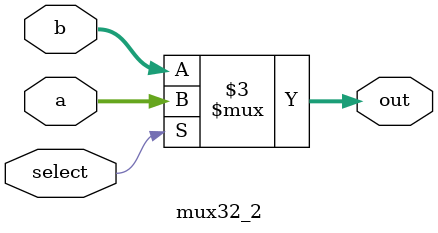
<source format=v>
`timescale 1ns / 1ps


module mux32_2 (
    input [31:0] a,
    input [31:0] b,
    input select,
    output reg [31:0] out
);

always @(*) begin
    if (select)
        out <= a;
    else
        out <= b;
end

endmodule

</source>
